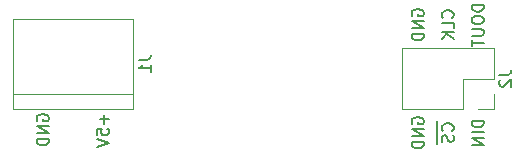
<source format=gbo>
G04 #@! TF.GenerationSoftware,KiCad,Pcbnew,(5.1.0)-1*
G04 #@! TF.CreationDate,2023-04-17T19:30:15-07:00*
G04 #@! TF.ProjectId,LED_Matrix_7219,4c45445f-4d61-4747-9269-785f37323139,rev?*
G04 #@! TF.SameCoordinates,PXffd93e20PY525bfc0*
G04 #@! TF.FileFunction,Legend,Bot*
G04 #@! TF.FilePolarity,Positive*
%FSLAX45Y45*%
G04 Gerber Fmt 4.5, Leading zero omitted, Abs format (unit mm)*
G04 Created by KiCad (PCBNEW (5.1.0)-1) date 2023-04-17 19:30:15*
%MOMM*%
%LPD*%
G04 APERTURE LIST*
%ADD10C,0.150000*%
%ADD11C,0.120000*%
%ADD12C,1.902000*%
%ADD13R,1.902000X1.902000*%
%ADD14C,2.802000*%
%ADD15R,3.102000X3.102000*%
%ADD16C,3.102000*%
%ADD17R,1.802000X1.802000*%
%ADD18O,1.802000X1.802000*%
%ADD19C,1.702000*%
%ADD20O,1.702000X1.702000*%
%ADD21R,1.702000X1.702000*%
G04 APERTURE END LIST*
D10*
X712000Y736590D02*
X707238Y746114D01*
X707238Y760400D01*
X712000Y774686D01*
X721524Y784210D01*
X731048Y788971D01*
X750095Y793733D01*
X764381Y793733D01*
X783428Y788971D01*
X792952Y784210D01*
X802476Y774686D01*
X807238Y760400D01*
X807238Y750876D01*
X802476Y736590D01*
X797714Y731829D01*
X764381Y731829D01*
X764381Y750876D01*
X807238Y688972D02*
X707238Y688972D01*
X807238Y631829D01*
X707238Y631829D01*
X807238Y584210D02*
X707238Y584210D01*
X707238Y560400D01*
X712000Y546114D01*
X721524Y536591D01*
X731048Y531829D01*
X750095Y527067D01*
X764381Y527067D01*
X783428Y531829D01*
X792952Y536591D01*
X802476Y546114D01*
X807238Y560400D01*
X807238Y584210D01*
X1277143Y788971D02*
X1277143Y712781D01*
X1315238Y750876D02*
X1239048Y750876D01*
X1215238Y617543D02*
X1215238Y665162D01*
X1262857Y669924D01*
X1258095Y665162D01*
X1253333Y655638D01*
X1253333Y631829D01*
X1258095Y622305D01*
X1262857Y617543D01*
X1272381Y612781D01*
X1296190Y612781D01*
X1305714Y617543D01*
X1310476Y622305D01*
X1315238Y631829D01*
X1315238Y655638D01*
X1310476Y665162D01*
X1305714Y669924D01*
X1215238Y584210D02*
X1315238Y550876D01*
X1215238Y517543D01*
X4490238Y1718448D02*
X4390238Y1718448D01*
X4390238Y1694638D01*
X4395000Y1680352D01*
X4404524Y1670829D01*
X4414048Y1666067D01*
X4433095Y1661305D01*
X4447381Y1661305D01*
X4466429Y1666067D01*
X4475952Y1670829D01*
X4485476Y1680352D01*
X4490238Y1694638D01*
X4490238Y1718448D01*
X4390238Y1599400D02*
X4390238Y1580352D01*
X4395000Y1570829D01*
X4404524Y1561305D01*
X4423571Y1556543D01*
X4456905Y1556543D01*
X4475952Y1561305D01*
X4485476Y1570829D01*
X4490238Y1580352D01*
X4490238Y1599400D01*
X4485476Y1608924D01*
X4475952Y1618448D01*
X4456905Y1623210D01*
X4423571Y1623210D01*
X4404524Y1618448D01*
X4395000Y1608924D01*
X4390238Y1599400D01*
X4390238Y1513686D02*
X4471190Y1513686D01*
X4480714Y1508924D01*
X4485476Y1504162D01*
X4490238Y1494638D01*
X4490238Y1475590D01*
X4485476Y1466067D01*
X4480714Y1461305D01*
X4471190Y1456543D01*
X4390238Y1456543D01*
X4390238Y1423210D02*
X4390238Y1366067D01*
X4490238Y1394638D02*
X4390238Y1394638D01*
X4490238Y737381D02*
X4390238Y737381D01*
X4390238Y713571D01*
X4395000Y699286D01*
X4404524Y689762D01*
X4414048Y685000D01*
X4433095Y680238D01*
X4447381Y680238D01*
X4466429Y685000D01*
X4475952Y689762D01*
X4485476Y699286D01*
X4490238Y713571D01*
X4490238Y737381D01*
X4490238Y637381D02*
X4390238Y637381D01*
X4490238Y589762D02*
X4390238Y589762D01*
X4490238Y532619D01*
X4390238Y532619D01*
X4226714Y1608924D02*
X4231476Y1613686D01*
X4236238Y1627971D01*
X4236238Y1637495D01*
X4231476Y1651781D01*
X4221952Y1661305D01*
X4212429Y1666067D01*
X4193381Y1670829D01*
X4179095Y1670829D01*
X4160048Y1666067D01*
X4150524Y1661305D01*
X4141000Y1651781D01*
X4136238Y1637495D01*
X4136238Y1627971D01*
X4141000Y1613686D01*
X4145762Y1608924D01*
X4236238Y1518448D02*
X4236238Y1566067D01*
X4136238Y1566067D01*
X4236238Y1485114D02*
X4136238Y1485114D01*
X4236238Y1427971D02*
X4179095Y1470829D01*
X4136238Y1427971D02*
X4193381Y1485114D01*
X4099500Y732619D02*
X4099500Y632619D01*
X4226714Y651667D02*
X4231476Y656429D01*
X4236238Y670714D01*
X4236238Y680238D01*
X4231476Y694524D01*
X4221952Y704048D01*
X4212429Y708810D01*
X4193381Y713571D01*
X4179095Y713571D01*
X4160048Y708810D01*
X4150524Y704048D01*
X4141000Y694524D01*
X4136238Y680238D01*
X4136238Y670714D01*
X4141000Y656429D01*
X4145762Y651667D01*
X4099500Y632619D02*
X4099500Y537381D01*
X4231476Y613572D02*
X4236238Y599286D01*
X4236238Y575476D01*
X4231476Y565952D01*
X4226714Y561191D01*
X4217190Y556429D01*
X4207667Y556429D01*
X4198143Y561191D01*
X4193381Y565952D01*
X4188619Y575476D01*
X4183857Y594524D01*
X4179095Y604048D01*
X4174333Y608810D01*
X4164809Y613572D01*
X4155286Y613572D01*
X4145762Y608810D01*
X4141000Y604048D01*
X4136238Y594524D01*
X4136238Y570714D01*
X4141000Y556429D01*
X3887000Y711190D02*
X3882238Y720714D01*
X3882238Y735000D01*
X3887000Y749286D01*
X3896524Y758810D01*
X3906048Y763571D01*
X3925095Y768333D01*
X3939381Y768333D01*
X3958428Y763571D01*
X3967952Y758810D01*
X3977476Y749286D01*
X3982238Y735000D01*
X3982238Y725476D01*
X3977476Y711190D01*
X3972714Y706429D01*
X3939381Y706429D01*
X3939381Y725476D01*
X3982238Y663572D02*
X3882238Y663572D01*
X3982238Y606429D01*
X3882238Y606429D01*
X3982238Y558810D02*
X3882238Y558810D01*
X3882238Y535000D01*
X3887000Y520714D01*
X3896524Y511190D01*
X3906048Y506429D01*
X3925095Y501667D01*
X3939381Y501667D01*
X3958428Y506429D01*
X3967952Y511190D01*
X3977476Y520714D01*
X3982238Y535000D01*
X3982238Y558810D01*
X3887000Y1625590D02*
X3882238Y1635114D01*
X3882238Y1649400D01*
X3887000Y1663686D01*
X3896524Y1673210D01*
X3906048Y1677971D01*
X3925095Y1682733D01*
X3939381Y1682733D01*
X3958428Y1677971D01*
X3967952Y1673210D01*
X3977476Y1663686D01*
X3982238Y1649400D01*
X3982238Y1639876D01*
X3977476Y1625590D01*
X3972714Y1620829D01*
X3939381Y1620829D01*
X3939381Y1639876D01*
X3982238Y1577971D02*
X3882238Y1577971D01*
X3982238Y1520829D01*
X3882238Y1520829D01*
X3982238Y1473210D02*
X3882238Y1473210D01*
X3882238Y1449400D01*
X3887000Y1435114D01*
X3896524Y1425590D01*
X3906048Y1420829D01*
X3925095Y1416067D01*
X3939381Y1416067D01*
X3958428Y1420829D01*
X3967952Y1425590D01*
X3977476Y1435114D01*
X3982238Y1449400D01*
X3982238Y1473210D01*
D11*
X508000Y965200D02*
X1524000Y965200D01*
X508000Y838200D02*
X508000Y1600200D01*
X508000Y1600200D02*
X1524000Y1600200D01*
X1524000Y1600200D02*
X1524000Y838200D01*
X1524000Y838200D02*
X508000Y838200D01*
X3804000Y832200D02*
X3804000Y1352200D01*
X4318000Y832200D02*
X3804000Y832200D01*
X4578000Y1352200D02*
X3804000Y1352200D01*
X4318000Y832200D02*
X4318000Y1092200D01*
X4318000Y1092200D02*
X4578000Y1092200D01*
X4578000Y1092200D02*
X4578000Y1352200D01*
X4445000Y832200D02*
X4578000Y832200D01*
X4578000Y832200D02*
X4578000Y965200D01*
D10*
X1570838Y1252533D02*
X1642267Y1252533D01*
X1656552Y1257295D01*
X1666076Y1266819D01*
X1670838Y1281105D01*
X1670838Y1290629D01*
X1670838Y1152533D02*
X1670838Y1209676D01*
X1670838Y1181105D02*
X1570838Y1181105D01*
X1585124Y1190629D01*
X1594648Y1200152D01*
X1599409Y1209676D01*
X4623238Y1125533D02*
X4694667Y1125533D01*
X4708952Y1130295D01*
X4718476Y1139819D01*
X4723238Y1154105D01*
X4723238Y1163629D01*
X4632762Y1082676D02*
X4628000Y1077914D01*
X4623238Y1068391D01*
X4623238Y1044581D01*
X4628000Y1035057D01*
X4632762Y1030295D01*
X4642286Y1025533D01*
X4651810Y1025533D01*
X4666095Y1030295D01*
X4723238Y1087438D01*
X4723238Y1025533D01*
%LPC*%
D12*
X5842000Y8636000D03*
D13*
X5588000Y8636000D03*
D12*
X5842000Y7874000D03*
D13*
X5588000Y7874000D03*
D12*
X5842000Y7112000D03*
D13*
X5588000Y7112000D03*
X5588000Y6350000D03*
D12*
X5842000Y6350000D03*
X5842000Y5588000D03*
D13*
X5588000Y5588000D03*
X5588000Y4826000D03*
D12*
X5842000Y4826000D03*
X5842000Y4064000D03*
D13*
X5588000Y4064000D03*
D12*
X5842000Y3302000D03*
D13*
X5588000Y3302000D03*
X4826000Y8636000D03*
D12*
X5080000Y8636000D03*
D13*
X4826000Y7874000D03*
D12*
X5080000Y7874000D03*
D13*
X4826000Y7112000D03*
D12*
X5080000Y7112000D03*
X5080000Y6350000D03*
D13*
X4826000Y6350000D03*
X4826000Y5588000D03*
D12*
X5080000Y5588000D03*
X5080000Y4826000D03*
D13*
X4826000Y4826000D03*
D12*
X5080000Y4064000D03*
D13*
X4826000Y4064000D03*
D12*
X5080000Y3302000D03*
D13*
X4826000Y3302000D03*
D12*
X4318000Y8636000D03*
D13*
X4064000Y8636000D03*
D12*
X4318000Y7874000D03*
D13*
X4064000Y7874000D03*
D12*
X4318000Y7112000D03*
D13*
X4064000Y7112000D03*
X4064000Y6350000D03*
D12*
X4318000Y6350000D03*
X4318000Y5588000D03*
D13*
X4064000Y5588000D03*
X4064000Y4826000D03*
D12*
X4318000Y4826000D03*
D13*
X4064000Y4064000D03*
D12*
X4318000Y4064000D03*
D13*
X4064000Y3302000D03*
D12*
X4318000Y3302000D03*
D13*
X3302000Y8636000D03*
D12*
X3556000Y8636000D03*
D13*
X3302000Y7874000D03*
D12*
X3556000Y7874000D03*
D13*
X3302000Y7112000D03*
D12*
X3556000Y7112000D03*
X3556000Y6350000D03*
D13*
X3302000Y6350000D03*
X3302000Y5588000D03*
D12*
X3556000Y5588000D03*
D13*
X3302000Y4826000D03*
D12*
X3556000Y4826000D03*
X3556000Y4064000D03*
D13*
X3302000Y4064000D03*
D12*
X3556000Y3302000D03*
D13*
X3302000Y3302000D03*
D12*
X2794000Y8636000D03*
D13*
X2540000Y8636000D03*
D12*
X2794000Y7874000D03*
D13*
X2540000Y7874000D03*
D12*
X2794000Y7112000D03*
D13*
X2540000Y7112000D03*
X2540000Y6350000D03*
D12*
X2794000Y6350000D03*
X2794000Y5588000D03*
D13*
X2540000Y5588000D03*
D12*
X2794000Y4826000D03*
D13*
X2540000Y4826000D03*
X2540000Y4064000D03*
D12*
X2794000Y4064000D03*
D13*
X2540000Y3302000D03*
D12*
X2794000Y3302000D03*
D13*
X1778000Y8636000D03*
D12*
X2032000Y8636000D03*
D13*
X1778000Y7874000D03*
D12*
X2032000Y7874000D03*
D13*
X1778000Y7112000D03*
D12*
X2032000Y7112000D03*
D13*
X1778000Y6350000D03*
D12*
X2032000Y6350000D03*
D13*
X1778000Y5588000D03*
D12*
X2032000Y5588000D03*
D13*
X1778000Y4826000D03*
D12*
X2032000Y4826000D03*
X2032000Y4064000D03*
D13*
X1778000Y4064000D03*
D12*
X2032000Y3302000D03*
D13*
X1778000Y3302000D03*
D12*
X1270000Y8636000D03*
D13*
X1016000Y8636000D03*
D12*
X1270000Y7874000D03*
D13*
X1016000Y7874000D03*
D12*
X1270000Y7112000D03*
D13*
X1016000Y7112000D03*
D12*
X1270000Y6350000D03*
D13*
X1016000Y6350000D03*
D12*
X1270000Y5588000D03*
D13*
X1016000Y5588000D03*
D12*
X1270000Y4826000D03*
D13*
X1016000Y4826000D03*
X1016000Y4064000D03*
D12*
X1270000Y4064000D03*
D13*
X1016000Y3302000D03*
D12*
X1270000Y3302000D03*
D13*
X254000Y8636000D03*
D12*
X508000Y8636000D03*
D13*
X254000Y7874000D03*
D12*
X508000Y7874000D03*
D13*
X254000Y7112000D03*
D12*
X508000Y7112000D03*
D13*
X254000Y6350000D03*
D12*
X508000Y6350000D03*
D13*
X254000Y5588000D03*
D12*
X508000Y5588000D03*
D13*
X254000Y4826000D03*
D12*
X508000Y4826000D03*
X508000Y4064000D03*
D13*
X254000Y4064000D03*
D12*
X508000Y3302000D03*
D13*
X254000Y3302000D03*
D14*
X381000Y9271000D03*
X5715000Y9271000D03*
X5715000Y381000D03*
X381000Y381000D03*
D15*
X1270000Y1219200D03*
D16*
X762000Y1219200D03*
D17*
X4445000Y965200D03*
D18*
X4445000Y1219200D03*
X4191000Y965200D03*
X4191000Y1219200D03*
X3937000Y965200D03*
X3937000Y1219200D03*
D19*
X1270000Y1841500D03*
D20*
X1270000Y2603500D03*
D21*
X4445000Y2603500D03*
D20*
X1651000Y1841500D03*
X4191000Y2603500D03*
X1905000Y1841500D03*
X3937000Y2603500D03*
X2159000Y1841500D03*
X3683000Y2603500D03*
X2413000Y1841500D03*
X3429000Y2603500D03*
X2667000Y1841500D03*
X3175000Y2603500D03*
X2921000Y1841500D03*
X2921000Y2603500D03*
X3175000Y1841500D03*
X2667000Y2603500D03*
X3429000Y1841500D03*
X2413000Y2603500D03*
X3683000Y1841500D03*
X2159000Y2603500D03*
X3937000Y1841500D03*
X1905000Y2603500D03*
X4191000Y1841500D03*
X1651000Y2603500D03*
X4445000Y1841500D03*
D21*
X2565400Y1219200D03*
D19*
X2565400Y969200D03*
X3175000Y1219200D03*
X3175000Y969200D03*
M02*

</source>
